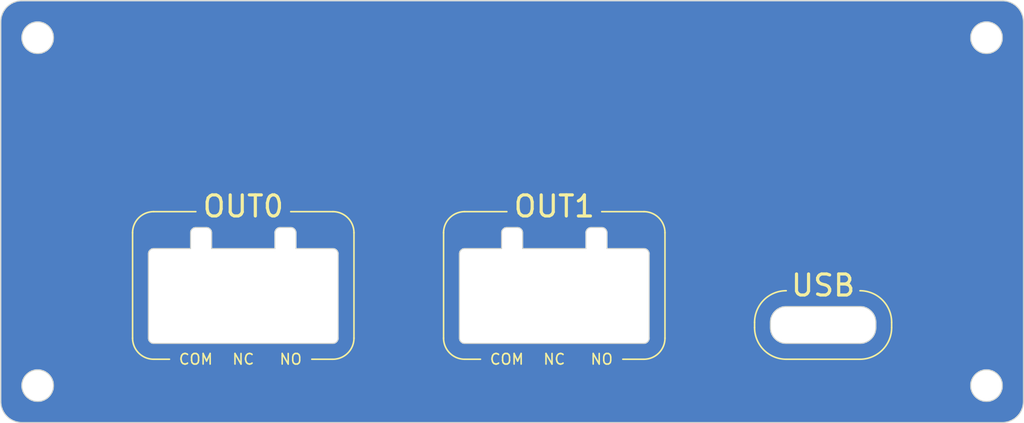
<source format=kicad_pcb>
(kicad_pcb (version 20221018) (generator pcbnew)
  (layers (0 "F.Cu" signal) (31 "B.Cu" signal) (34 "B.Paste" user) (35 "F.Paste" user) (36 "B.SilkS" user "B.Silkscreen") (37 "F.SilkS" user "F.Silkscreen") (38 "B.Mask" user) (39 "F.Mask" user) (44 "Edge.Cuts" user))
  (net 0 "")
  (gr_arc locked (start 114 122) (mid 114.585786 120.585786) (end 116 120) (stroke (width 0.15)) (layer "F.SilkS"))
  (gr_line locked (start 114 132) (end 114 122) (stroke (width 0.15)) (layer "F.SilkS"))
  (gr_line locked (start 143.5 132) (end 143.5 122) (stroke (width 0.15)) (layer "F.SilkS"))
  (gr_line locked (start 145.5 120) (end 149.5 120) (stroke (width 0.15)) (layer "F.SilkS"))
  (gr_arc locked (start 133 120) (mid 134.414214 120.585786) (end 135 122) (stroke (width 0.15)) (layer "F.SilkS"))
  (gr_line locked (start 162.5 134) (end 160.5 134) (stroke (width 0.15)) (layer "F.SilkS"))
  (gr_arc (start 186 131) (mid 185.12132 133.12132) (end 183 134) (stroke (width 0.15)) (layer "F.SilkS"))
  (gr_line locked (start 133 134) (end 131 134) (stroke (width 0.15)) (layer "F.SilkS"))
  (gr_line locked (start 116 134) (end 117.5 134) (stroke (width 0.15)) (layer "F.SilkS"))
  (gr_line locked (start 116 120) (end 120 120) (stroke (width 0.15)) (layer "F.SilkS"))
  (gr_arc locked (start 145.5 134) (mid 144.085786 133.414214) (end 143.5 132) (stroke (width 0.15)) (layer "F.SilkS"))
  (gr_arc (start 183 127.5) (mid 185.12132 128.37868) (end 186 130.5) (stroke (width 0.15)) (layer "F.SilkS"))
  (gr_line (start 173 130.5) (end 173 131) (stroke (width 0.15)) (layer "F.SilkS"))
  (gr_line (start 186 130.5) (end 186 131) (stroke (width 0.15)) (layer "F.SilkS"))
  (gr_arc (start 176 134) (mid 173.87868 133.12132) (end 173 131) (stroke (width 0.15)) (layer "F.SilkS"))
  (gr_line locked (start 135 132) (end 135 122) (stroke (width 0.15)) (layer "F.SilkS"))
  (gr_arc locked (start 116 134) (mid 114.585786 133.414214) (end 114 132) (stroke (width 0.15)) (layer "F.SilkS"))
  (gr_line locked (start 145.5 134) (end 147 134) (stroke (width 0.15)) (layer "F.SilkS"))
  (gr_line locked (start 162.5 120) (end 158.5 120) (stroke (width 0.15)) (layer "F.SilkS"))
  (gr_arc locked (start 143.5 122) (mid 144.085786 120.585786) (end 145.5 120) (stroke (width 0.15)) (layer "F.SilkS"))
  (gr_line locked (start 164.5 132) (end 164.5 122) (stroke (width 0.15)) (layer "F.SilkS"))
  (gr_arc locked (start 164.5 132) (mid 163.914214 133.414214) (end 162.5 134) (stroke (width 0.15)) (layer "F.SilkS"))
  (gr_arc locked (start 162.5 120) (mid 163.914214 120.585786) (end 164.5 122) (stroke (width 0.15)) (layer "F.SilkS"))
  (gr_line locked (start 133 120) (end 129 120) (stroke (width 0.15)) (layer "F.SilkS"))
  (gr_line (start 176 134) (end 183 134) (stroke (width 0.15)) (layer "F.SilkS"))
  (gr_arc locked (start 135 132) (mid 134.414214 133.414214) (end 133 134) (stroke (width 0.15)) (layer "F.SilkS"))
  (gr_arc (start 173 130.5) (mid 173.87868 128.37868) (end 176 127.5) (stroke (width 0.15)) (layer "F.SilkS"))
  (gr_line locked (start 119.5 123.5) (end 116 123.5) (stroke (width 0.1)) (layer "Edge.Cuts"))
  (gr_arc locked (start 116 132.5) (mid 115.646447 132.353553) (end 115.5 132) (stroke (width 0.1)) (layer "Edge.Cuts"))
  (gr_line locked (start 121.5 123.5) (end 127.5 123.5) (stroke (width 0.1)) (layer "Edge.Cuts"))
  (gr_line locked (start 145 132) (end 145 124) (stroke (width 0.1)) (layer "Edge.Cuts"))
  (gr_arc (start 101.5 102) (mid 102.085786 100.585786) (end 103.5 100) (stroke (width 0.1)) (layer "Edge.Cuts"))
  (gr_line locked (start 159 123.5) (end 162.5 123.5) (stroke (width 0.1)) (layer "Edge.Cuts"))
  (gr_arc locked (start 127.5 122) (mid 127.646447 121.646447) (end 128 121.5) (stroke (width 0.1)) (layer "Edge.Cuts"))
  (gr_line (start 174.5 131) (end 174.5 130.5) (stroke (width 0.1)) (layer "Edge.Cuts"))
  (gr_arc (start 183 129) (mid 184.06066 129.43934) (end 184.5 130.5) (stroke (width 0.1)) (layer "Edge.Cuts"))
  (gr_arc locked (start 145.5 132.5) (mid 145.146447 132.353553) (end 145 132) (stroke (width 0.1)) (layer "Edge.Cuts"))
  (gr_line (start 184.5 131) (end 184.5 130.5) (stroke (width 0.1)) (layer "Edge.Cuts"))
  (gr_arc locked (start 115.5 124) (mid 115.646447 123.646447) (end 116 123.5) (stroke (width 0.1)) (layer "Edge.Cuts"))
  (gr_circle (center 105 103.5) (end 106.5 103.5) (stroke (width 0.1)) (fill none) (layer "Edge.Cuts"))
  (gr_line locked (start 157 122) (end 157 123.5) (stroke (width 0.1)) (layer "Edge.Cuts"))
  (gr_circle (center 105 136.5) (end 106.5 136.5) (stroke (width 0.1)) (fill none) (layer "Edge.Cuts"))
  (gr_arc locked (start 121 121.5) (mid 121.353553 121.646447) (end 121.5 122) (stroke (width 0.1)) (layer "Edge.Cuts"))
  (gr_circle (center 195 103.5) (end 196.5 103.5) (stroke (width 0.1)) (fill none) (layer "Edge.Cuts"))
  (gr_line locked (start 121.5 122) (end 121.5 123.5) (stroke (width 0.1)) (layer "Edge.Cuts"))
  (gr_arc locked (start 129 121.5) (mid 129.353553 121.646447) (end 129.5 122) (stroke (width 0.1)) (layer "Edge.Cuts"))
  (gr_line locked (start 115.5 132) (end 115.5 124) (stroke (width 0.1)) (layer "Edge.Cuts"))
  (gr_arc locked (start 119.5 122) (mid 119.646447 121.646447) (end 120 121.5) (stroke (width 0.1)) (layer "Edge.Cuts"))
  (gr_arc (start 184.5 131) (mid 184.06066 132.06066) (end 183 132.5) (stroke (width 0.1)) (layer "Edge.Cuts"))
  (gr_line locked (start 129 121.5) (end 128 121.5) (stroke (width 0.1)) (layer "Edge.Cuts"))
  (gr_line (start 101.5 102) (end 101.5 138) (stroke (width 0.1)) (layer "Edge.Cuts"))
  (gr_arc locked (start 133 123.5) (mid 133.353553 123.646447) (end 133.5 124) (stroke (width 0.1)) (layer "Edge.Cuts"))
  (gr_line (start 183 129) (end 176 129) (stroke (width 0.1)) (layer "Edge.Cuts"))
  (gr_line locked (start 129.5 123.5) (end 133 123.5) (stroke (width 0.1)) (layer "Edge.Cuts"))
  (gr_arc (start 198.5 138) (mid 197.914214 139.414214) (end 196.5 140) (stroke (width 0.1)) (layer "Edge.Cuts"))
  (gr_line locked (start 149 123.5) (end 149 122) (stroke (width 0.1)) (layer "Edge.Cuts"))
  (gr_line locked (start 133.5 124) (end 133.5 132) (stroke (width 0.1)) (layer "Edge.Cuts"))
  (gr_arc locked (start 162.5 123.5) (mid 162.853553 123.646447) (end 163 124) (stroke (width 0.1)) (layer "Edge.Cuts"))
  (gr_arc locked (start 163 132) (mid 162.853553 132.353553) (end 162.5 132.5) (stroke (width 0.1)) (layer "Edge.Cuts"))
  (gr_circle (center 195 136.5) (end 196.5 136.5) (stroke (width 0.1)) (fill none) (layer "Edge.Cuts"))
  (gr_arc locked (start 157 122) (mid 157.146447 121.646447) (end 157.5 121.5) (stroke (width 0.1)) (layer "Edge.Cuts"))
  (gr_line (start 103.5 140) (end 196.5 140) (stroke (width 0.1)) (layer "Edge.Cuts"))
  (gr_line locked (start 129.5 123.5) (end 129.5 122) (stroke (width 0.1)) (layer "Edge.Cuts"))
  (gr_arc locked (start 145 124) (mid 145.146447 123.646447) (end 145.5 123.5) (stroke (width 0.1)) (layer "Edge.Cuts"))
  (gr_line locked (start 158.5 121.5) (end 157.5 121.5) (stroke (width 0.1)) (layer "Edge.Cuts"))
  (gr_arc (start 174.5 130.5) (mid 174.93934 129.43934) (end 176 129) (stroke (width 0.1)) (layer "Edge.Cuts"))
  (gr_line locked (start 127.5 122) (end 127.5 123.5) (stroke (width 0.1)) (layer "Edge.Cuts"))
  (gr_line locked (start 119.5 123.5) (end 119.5 122) (stroke (width 0.1)) (layer "Edge.Cuts"))
  (gr_line locked (start 149.5 121.5) (end 150.5 121.5) (stroke (width 0.1)) (layer "Edge.Cuts"))
  (gr_line locked (start 163 124) (end 163 132) (stroke (width 0.1)) (layer "Edge.Cuts"))
  (gr_arc (start 176 132.5) (mid 174.93934 132.06066) (end 174.5 131) (stroke (width 0.1)) (layer "Edge.Cuts"))
  (gr_line locked (start 120 121.5) (end 121 121.5) (stroke (width 0.1)) (layer "Edge.Cuts"))
  (gr_line locked (start 151 123.5) (end 157 123.5) (stroke (width 0.1)) (layer "Edge.Cuts"))
  (gr_arc locked (start 149 122) (mid 149.146447 121.646447) (end 149.5 121.5) (stroke (width 0.1)) (layer "Edge.Cuts"))
  (gr_line locked (start 133 132.5) (end 116 132.5) (stroke (width 0.1)) (layer "Edge.Cuts"))
  (gr_line locked (start 159 123.5) (end 159 122) (stroke (width 0.1)) (layer "Edge.Cuts"))
  (gr_arc locked (start 150.5 121.5) (mid 150.853553 121.646447) (end 151 122) (stroke (width 0.1)) (layer "Edge.Cuts"))
  (gr_line locked (start 149 123.5) (end 145.5 123.5) (stroke (width 0.1)) (layer "Edge.Cuts"))
  (gr_line (start 176 132.5) (end 183 132.5) (stroke (width 0.1)) (layer "Edge.Cuts"))
  (gr_arc locked (start 158.5 121.5) (mid 158.853553 121.646447) (end 159 122) (stroke (width 0.1)) (layer "Edge.Cuts"))
  (gr_arc (start 196.5 100) (mid 197.914214 100.585786) (end 198.5 102) (stroke (width 0.1)) (layer "Edge.Cuts"))
  (gr_line (start 103.5 100) (end 196.5 100) (stroke (width 0.1)) (layer "Edge.Cuts"))
  (gr_line (start 198.5 138) (end 198.5 102) (stroke (width 0.1)) (layer "Edge.Cuts"))
  (gr_line locked (start 162.5 132.5) (end 145.5 132.5) (stroke (width 0.1)) (layer "Edge.Cuts"))
  (gr_arc (start 103.5 140) (mid 102.085786 139.414214) (end 101.5 138) (stroke (width 0.1)) (layer "Edge.Cuts"))
  (gr_arc locked (start 133.5 132) (mid 133.353553 132.353553) (end 133 132.5) (stroke (width 0.1)) (layer "Edge.Cuts"))
  (gr_line locked (start 151 122) (end 151 123.5) (stroke (width 0.1)) (layer "Edge.Cuts"))
  (gr_text locked "NO" (at 158.5 134) (layer "F.SilkS") (effects (font (size 1 1))))
  (gr_text locked "NC" (at 124.5 134) (layer "F.SilkS") (effects (font (size 1 1))))
  (gr_text locked "OUT1" (at 154 119.5) (layer "F.SilkS") (effects (font (size 2 2) (thickness 0.3))))
  (gr_text locked "OUT0" (at 124.5 119.5) (layer "F.SilkS") (effects (font (size 2 2) (thickness 0.3))))
  (gr_text locked "NO" (at 129 134) (layer "F.SilkS") (effects (font (size 1 1))))
  (gr_text "USB" (at 179.5 127) (layer "F.SilkS") (effects (font (size 2 2) (thickness 0.3))))
  (gr_text locked "COM" (at 120 134) (layer "F.SilkS") (effects (font (size 1 1))))
  (gr_text locked "NC" (at 154 134) (layer "F.SilkS") (effects (font (size 1 1))))
  (gr_text locked "COM" (at 149.5 134) (layer "F.SilkS") (effects (font (size 1 1))))
  (zone (net 0) (net_name "") (layers "F&B.Cu") (connect_pads (clearance 0.508)) (min_thickness 0.254) (fill yes (thermal_gap 0.508) (thermal_bridge_width 0.508) (island_removal_mode 1) (island_area_min 10))
    (polygon (pts (xy 198.5 140) (xy 101.5 140) (xy 101.5 100) (xy 198.5 100)))
  )
)
</source>
